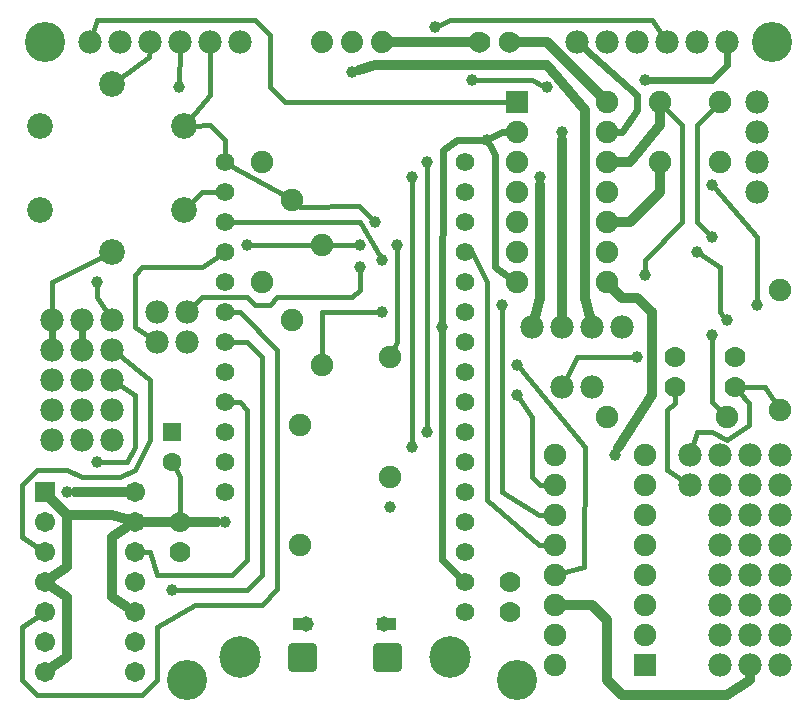
<source format=gbl>
G04 MADE WITH FRITZING*
G04 WWW.FRITZING.ORG*
G04 DOUBLE SIDED*
G04 HOLES PLATED*
G04 CONTOUR ON CENTER OF CONTOUR VECTOR*
%ASAXBY*%
%FSLAX23Y23*%
%MOIN*%
%OFA0B0*%
%SFA1.0B1.0*%
%ADD10C,0.039370*%
%ADD11C,0.078000*%
%ADD12C,0.086000*%
%ADD13C,0.075000*%
%ADD14C,0.070000*%
%ADD15C,0.062992*%
%ADD16C,0.074000*%
%ADD17C,0.138425*%
%ADD18C,0.095000*%
%ADD19C,0.051496*%
%ADD20C,0.062000*%
%ADD21C,0.067559*%
%ADD22C,0.133858*%
%ADD23R,0.062992X0.062992*%
%ADD24R,0.075000X0.075000*%
%ADD25R,0.067559X0.067559*%
%ADD26C,0.016000*%
%ADD27C,0.032000*%
%ADD28C,0.024000*%
%ADD29C,0.029783*%
%ADD30R,0.001000X0.001000*%
%LNCOPPER0*%
G90*
G70*
G54D10*
X175Y707D03*
X274Y1407D03*
G54D11*
X249Y2207D03*
X349Y2207D03*
X449Y2207D03*
X549Y2207D03*
X649Y2207D03*
X749Y2207D03*
G54D10*
X1249Y657D03*
X1275Y1532D03*
X1999Y833D03*
X2074Y1158D03*
X548Y2058D03*
X774Y1532D03*
G54D12*
X324Y2067D03*
X564Y1927D03*
X324Y1507D03*
X84Y1647D03*
X564Y1647D03*
X84Y1927D03*
G54D10*
X2099Y2082D03*
X1399Y2257D03*
X1149Y1532D03*
X1199Y1607D03*
X1774Y2057D03*
X1525Y2082D03*
X1575Y1883D03*
X1124Y2107D03*
X1824Y1907D03*
X1749Y1757D03*
X2274Y1507D03*
X2374Y1282D03*
X2324Y1557D03*
X2324Y1232D03*
X2099Y1432D03*
X2474Y1332D03*
X2324Y1732D03*
G54D13*
X2374Y957D03*
X1974Y957D03*
X2549Y1382D03*
X2549Y982D03*
G54D14*
X2199Y1157D03*
X2199Y1057D03*
X2399Y1157D03*
X2399Y1057D03*
G54D11*
X2249Y732D03*
X2249Y832D03*
G54D13*
X2149Y1807D03*
X2349Y1807D03*
X2149Y2007D03*
X2349Y2007D03*
X1249Y757D03*
X1249Y1157D03*
X949Y532D03*
X949Y932D03*
G54D15*
X524Y907D03*
X524Y809D03*
G54D16*
X1024Y2207D03*
X1124Y2207D03*
X1224Y2207D03*
G54D11*
X124Y1282D03*
X224Y1282D03*
X324Y1282D03*
G54D17*
X1449Y157D03*
G54D18*
X957Y158D03*
G54D19*
X969Y268D03*
G54D20*
X1499Y1807D03*
X1499Y1707D03*
X1499Y1607D03*
X1499Y1507D03*
X1499Y1407D03*
X1499Y1307D03*
X1499Y1207D03*
X1499Y1107D03*
X1499Y1007D03*
G54D17*
X749Y157D03*
G54D20*
X1499Y907D03*
X1499Y807D03*
X1499Y707D03*
X1499Y607D03*
X1499Y507D03*
X1499Y407D03*
X1499Y307D03*
X699Y707D03*
X699Y807D03*
X699Y907D03*
X699Y1007D03*
X699Y1107D03*
X699Y1207D03*
X699Y1307D03*
X699Y1407D03*
X699Y1507D03*
X699Y1607D03*
X699Y1707D03*
X699Y1807D03*
G54D19*
X1229Y268D03*
G54D18*
X1241Y158D03*
G54D10*
X1149Y1457D03*
G54D11*
X1924Y1057D03*
X1824Y1057D03*
G54D10*
X1424Y1257D03*
X1224Y1307D03*
X524Y383D03*
X274Y807D03*
G54D11*
X1874Y2207D03*
X1974Y2207D03*
X2074Y2207D03*
X2174Y2207D03*
X2274Y2207D03*
X2374Y2207D03*
X2549Y132D03*
X2549Y232D03*
X2549Y332D03*
X2549Y432D03*
X2549Y532D03*
X2549Y632D03*
X2549Y732D03*
X2549Y832D03*
X2449Y132D03*
X2449Y232D03*
X2449Y332D03*
X2449Y432D03*
X2449Y532D03*
X2449Y632D03*
X2449Y732D03*
X2449Y832D03*
X2349Y132D03*
X2349Y232D03*
X2349Y332D03*
X2349Y432D03*
X2349Y532D03*
X2349Y632D03*
X2349Y732D03*
X2349Y832D03*
X1724Y1257D03*
X1824Y1257D03*
X1924Y1257D03*
X2024Y1257D03*
X2474Y2007D03*
X2474Y1907D03*
X2474Y1807D03*
X2474Y1707D03*
G54D13*
X1674Y2007D03*
X1974Y2007D03*
X1674Y1907D03*
X1974Y1907D03*
X1674Y1807D03*
X1974Y1807D03*
X1674Y1707D03*
X1974Y1707D03*
X1674Y1607D03*
X1974Y1607D03*
X1674Y1507D03*
X1974Y1507D03*
X1674Y1407D03*
X1974Y1407D03*
X2099Y132D03*
X1799Y132D03*
X2099Y232D03*
X1799Y232D03*
X2099Y332D03*
X1799Y332D03*
X2099Y432D03*
X1799Y432D03*
X2099Y532D03*
X1799Y532D03*
X2099Y632D03*
X1799Y632D03*
X2099Y732D03*
X1799Y732D03*
X2099Y832D03*
X1799Y832D03*
G54D14*
X549Y607D03*
X549Y507D03*
X1649Y407D03*
X1649Y307D03*
G54D10*
X1224Y1482D03*
X1374Y1807D03*
X1374Y907D03*
X1324Y857D03*
X1324Y1757D03*
X1624Y1332D03*
X1674Y1032D03*
X1674Y1132D03*
G54D13*
X824Y1807D03*
X824Y1407D03*
X924Y1282D03*
X924Y1682D03*
X1024Y1132D03*
X1024Y1532D03*
G54D11*
X574Y1307D03*
X474Y1307D03*
X574Y1207D03*
X474Y1207D03*
G54D21*
X99Y707D03*
X399Y707D03*
X99Y607D03*
X399Y607D03*
X99Y507D03*
X399Y507D03*
X99Y407D03*
X399Y407D03*
X99Y307D03*
X399Y307D03*
X99Y207D03*
X399Y207D03*
X99Y107D03*
X399Y107D03*
G54D11*
X224Y1182D03*
X224Y1082D03*
X224Y982D03*
X224Y882D03*
X124Y1182D03*
X124Y1082D03*
X124Y982D03*
X124Y882D03*
X324Y1182D03*
X324Y1082D03*
X324Y982D03*
X324Y882D03*
G54D22*
X1674Y82D03*
X574Y82D03*
X2524Y2207D03*
X99Y2207D03*
G54D14*
X1549Y2207D03*
X1649Y2207D03*
G54D10*
X699Y607D03*
G54D23*
X524Y907D03*
G54D24*
X1674Y2007D03*
X2099Y132D03*
G54D25*
X99Y707D03*
G54D26*
X25Y557D02*
X25Y732D01*
D02*
X25Y732D02*
X74Y782D01*
D02*
X83Y518D02*
X25Y557D01*
D02*
X275Y1357D02*
X274Y1394D01*
D02*
X311Y1303D02*
X275Y1357D01*
D02*
X849Y2058D02*
X900Y2007D01*
D02*
X849Y2232D02*
X849Y2058D01*
D02*
X900Y2007D02*
X1651Y2007D01*
D02*
X800Y2282D02*
X849Y2232D01*
D02*
X275Y2282D02*
X799Y2282D01*
D02*
X257Y2231D02*
X275Y2282D01*
D02*
X1275Y1208D02*
X1275Y1519D01*
D02*
X1260Y1178D02*
X1275Y1208D01*
G54D27*
D02*
X2123Y1307D02*
X2123Y1031D01*
D02*
X2123Y1031D02*
X2012Y854D01*
G54D26*
D02*
X1835Y1079D02*
X1875Y1158D01*
D02*
X1875Y1158D02*
X2060Y1158D01*
D02*
X448Y2158D02*
X449Y2183D01*
D02*
X348Y2085D02*
X448Y2158D01*
D02*
X650Y2032D02*
X649Y2183D01*
D02*
X583Y1950D02*
X650Y2032D01*
D02*
X548Y2071D02*
X549Y2183D01*
D02*
X904Y1694D02*
X720Y1796D01*
D02*
X1001Y1532D02*
X788Y1532D01*
G54D28*
D02*
X224Y1212D02*
X224Y1252D01*
D02*
X124Y1212D02*
X124Y1252D01*
G54D26*
D02*
X699Y1831D02*
X699Y1883D01*
D02*
X650Y1933D02*
X593Y1929D01*
D02*
X699Y1883D02*
X650Y1933D01*
D02*
X298Y1494D02*
X125Y1407D01*
D02*
X125Y1407D02*
X124Y1307D01*
D02*
X585Y1668D02*
X624Y1707D01*
D02*
X624Y1707D02*
X676Y1707D01*
D02*
X424Y1458D02*
X623Y1458D01*
D02*
X623Y1458D02*
X680Y1495D01*
D02*
X399Y1432D02*
X424Y1458D01*
G54D28*
D02*
X2324Y2082D02*
X2118Y2082D01*
D02*
X2374Y2132D02*
X2324Y2082D01*
D02*
X2374Y2177D02*
X2374Y2132D01*
G54D26*
D02*
X1450Y2283D02*
X1411Y2263D01*
D02*
X2124Y2283D02*
X1450Y2283D01*
D02*
X2161Y2228D02*
X2124Y2283D01*
D02*
X1136Y1532D02*
X1047Y1532D01*
D02*
X1147Y1661D02*
X949Y1658D01*
D02*
X949Y1658D02*
X941Y1666D01*
D02*
X1190Y1617D02*
X1147Y1661D01*
D02*
X1724Y2082D02*
X1762Y2063D01*
D02*
X1538Y2082D02*
X1724Y2082D01*
G54D28*
D02*
X2025Y1907D02*
X2003Y1907D01*
D02*
X2074Y1983D02*
X2025Y1907D01*
D02*
X2074Y2032D02*
X2074Y1983D01*
D02*
X1897Y2187D02*
X2074Y2032D01*
D02*
X1650Y1423D02*
X1599Y1458D01*
D02*
X1599Y1458D02*
X1599Y1832D01*
D02*
X1599Y1832D02*
X1583Y1866D01*
G54D27*
D02*
X1900Y1983D02*
X1900Y1356D01*
D02*
X1774Y2132D02*
X1900Y1983D01*
D02*
X1900Y1356D02*
X1916Y1292D01*
D02*
X1199Y2132D02*
X1774Y2132D01*
D02*
X1147Y2115D02*
X1199Y2132D01*
D02*
X1824Y1293D02*
X1824Y1883D01*
D02*
X1749Y1356D02*
X1749Y1733D01*
D02*
X1733Y1292D02*
X1749Y1356D01*
D02*
X2074Y1356D02*
X2123Y1307D01*
D02*
X2024Y1356D02*
X2074Y1356D01*
D02*
X1998Y1383D02*
X2024Y1356D01*
G54D26*
D02*
X874Y1358D02*
X1124Y1358D01*
D02*
X849Y1332D02*
X874Y1358D01*
D02*
X799Y1332D02*
X849Y1332D01*
D02*
X775Y1358D02*
X799Y1332D01*
D02*
X624Y1357D02*
X775Y1358D01*
D02*
X592Y1325D02*
X624Y1357D01*
G54D27*
D02*
X2049Y1807D02*
X2150Y1932D01*
D02*
X2150Y1932D02*
X2149Y1973D01*
D02*
X2008Y1807D02*
X2049Y1807D01*
D02*
X2150Y1707D02*
X2149Y1773D01*
D02*
X2049Y1608D02*
X2150Y1707D01*
D02*
X2008Y1607D02*
X2049Y1608D01*
G54D26*
D02*
X2274Y907D02*
X2257Y856D01*
D02*
X2448Y932D02*
X2375Y882D01*
D02*
X2448Y1006D02*
X2448Y932D01*
D02*
X2375Y882D02*
X2324Y907D01*
D02*
X2324Y907D02*
X2274Y907D01*
D02*
X2413Y1043D02*
X2448Y1006D01*
D02*
X2200Y1006D02*
X2200Y1037D01*
D02*
X2175Y982D02*
X2200Y1006D01*
D02*
X2174Y783D02*
X2175Y982D01*
D02*
X2229Y746D02*
X2174Y783D01*
D02*
X2499Y1057D02*
X2420Y1057D01*
D02*
X2536Y1002D02*
X2499Y1057D01*
D02*
X2349Y1307D02*
X2365Y1292D01*
D02*
X2349Y1458D02*
X2349Y1307D01*
D02*
X2285Y1500D02*
X2349Y1458D01*
D02*
X2274Y1608D02*
X2315Y1567D01*
D02*
X2274Y1932D02*
X2274Y1608D01*
D02*
X2333Y1991D02*
X2274Y1932D01*
D02*
X2324Y1008D02*
X2324Y1219D01*
D02*
X2358Y974D02*
X2324Y1008D01*
D02*
X2100Y1483D02*
X2224Y1607D01*
D02*
X2224Y1607D02*
X2224Y1932D01*
D02*
X2099Y1446D02*
X2100Y1483D01*
D02*
X2224Y1932D02*
X2165Y1991D01*
D02*
X2474Y1558D02*
X2333Y1722D01*
D02*
X2474Y1346D02*
X2474Y1558D01*
D02*
X399Y1257D02*
X399Y1432D01*
D02*
X454Y1221D02*
X399Y1257D01*
G54D28*
D02*
X523Y607D02*
X424Y607D01*
G54D26*
D02*
X550Y757D02*
X534Y790D01*
D02*
X549Y628D02*
X550Y757D01*
G54D27*
D02*
X1775Y2208D02*
X1681Y2207D01*
D02*
X1950Y2032D02*
X1775Y2208D01*
D02*
X1518Y2207D02*
X1261Y2207D01*
G54D26*
D02*
X175Y782D02*
X225Y757D01*
D02*
X225Y757D02*
X350Y757D01*
D02*
X350Y757D02*
X399Y782D01*
D02*
X74Y782D02*
X175Y782D01*
D02*
X449Y1082D02*
X343Y1167D01*
D02*
X449Y882D02*
X449Y1082D01*
D02*
X399Y782D02*
X449Y882D01*
D02*
X1150Y1383D02*
X1149Y1444D01*
D02*
X1124Y1358D02*
X1150Y1383D01*
G54D28*
D02*
X1624Y1908D02*
X1646Y1908D01*
D02*
X1592Y1891D02*
X1624Y1908D01*
D02*
X1474Y1882D02*
X1556Y1883D01*
D02*
X1428Y1848D02*
X1474Y1882D01*
G54D27*
D02*
X675Y607D02*
X430Y607D01*
D02*
X325Y357D02*
X325Y557D01*
D02*
X325Y557D02*
X374Y590D01*
D02*
X374Y324D02*
X325Y357D01*
D02*
X324Y632D02*
X370Y617D01*
D02*
X174Y632D02*
X324Y632D01*
D02*
X121Y686D02*
X174Y632D01*
D02*
X174Y357D02*
X125Y390D01*
D02*
X174Y157D02*
X174Y357D01*
D02*
X125Y124D02*
X174Y157D01*
D02*
X174Y632D02*
X121Y686D01*
D02*
X174Y458D02*
X174Y632D01*
D02*
X124Y424D02*
X174Y458D01*
D02*
X199Y707D02*
X369Y707D01*
G54D26*
D02*
X750Y1007D02*
X722Y1007D01*
D02*
X725Y433D02*
X774Y483D01*
D02*
X773Y983D02*
X750Y1007D01*
D02*
X774Y483D02*
X773Y983D01*
D02*
X449Y507D02*
X474Y433D01*
D02*
X474Y433D02*
X725Y433D01*
D02*
X419Y507D02*
X449Y507D01*
D02*
X775Y1207D02*
X722Y1207D01*
D02*
X824Y1158D02*
X775Y1207D01*
D02*
X773Y383D02*
X824Y433D01*
D02*
X824Y433D02*
X824Y1158D01*
D02*
X24Y82D02*
X23Y258D01*
D02*
X423Y32D02*
X73Y32D01*
D02*
X474Y257D02*
X474Y83D01*
D02*
X599Y332D02*
X474Y257D01*
D02*
X474Y83D02*
X423Y32D01*
D02*
X73Y32D02*
X24Y82D01*
D02*
X823Y332D02*
X599Y332D01*
D02*
X874Y1182D02*
X875Y384D01*
D02*
X875Y384D02*
X823Y332D01*
D02*
X749Y1307D02*
X874Y1182D01*
D02*
X722Y1307D02*
X749Y1307D01*
D02*
X538Y383D02*
X773Y383D01*
D02*
X23Y258D02*
X83Y297D01*
D02*
X374Y807D02*
X288Y807D01*
D02*
X399Y857D02*
X374Y807D01*
D02*
X399Y1032D02*
X399Y857D01*
D02*
X345Y1069D02*
X399Y1032D01*
D02*
X722Y1607D02*
X1150Y1607D01*
D02*
X1374Y1794D02*
X1374Y921D01*
G54D28*
D02*
X1424Y1238D02*
X1424Y483D01*
D02*
X1428Y1848D02*
X1424Y1276D01*
D02*
X1424Y483D02*
X1479Y428D01*
G54D26*
D02*
X1324Y1744D02*
X1324Y871D01*
D02*
X1524Y1508D02*
X1522Y1508D01*
D02*
X1748Y531D02*
X1575Y682D01*
D02*
X1574Y1408D02*
X1524Y1508D01*
D02*
X1575Y682D02*
X1574Y1408D01*
D02*
X1776Y532D02*
X1748Y531D01*
D02*
X1748Y632D02*
X1624Y707D01*
D02*
X1624Y707D02*
X1624Y1319D01*
D02*
X1776Y632D02*
X1748Y632D01*
D02*
X1749Y732D02*
X1724Y758D01*
D02*
X1724Y957D02*
X1682Y1021D01*
D02*
X1724Y758D02*
X1724Y957D01*
D02*
X1776Y732D02*
X1749Y732D01*
D02*
X1683Y1122D02*
X1900Y858D01*
G54D27*
D02*
X2449Y83D02*
X2374Y33D01*
D02*
X2374Y33D02*
X2024Y32D01*
D02*
X2024Y32D02*
X1974Y82D01*
D02*
X1974Y82D02*
X1974Y282D01*
D02*
X1974Y282D02*
X1924Y333D01*
D02*
X1924Y333D02*
X1833Y332D01*
D02*
X2449Y97D02*
X2449Y83D01*
G54D26*
D02*
X1025Y1307D02*
X1024Y1155D01*
D02*
X1211Y1307D02*
X1025Y1307D01*
D02*
X1900Y858D02*
X1898Y457D01*
D02*
X1898Y457D02*
X1822Y438D01*
D02*
X1150Y1607D02*
X1217Y1494D01*
G54D29*
X925Y190D02*
X990Y190D01*
X990Y125D01*
X925Y125D01*
X925Y190D01*
D02*
X1208Y190D02*
X1274Y190D01*
X1274Y125D01*
X1208Y125D01*
X1208Y190D01*
D02*
G54D30*
X1543Y2242D02*
X1554Y2242D01*
X1643Y2242D02*
X1654Y2242D01*
X1539Y2241D02*
X1558Y2241D01*
X1639Y2241D02*
X1658Y2241D01*
X1536Y2240D02*
X1561Y2240D01*
X1636Y2240D02*
X1661Y2240D01*
X1534Y2239D02*
X1563Y2239D01*
X1634Y2239D02*
X1663Y2239D01*
X1532Y2238D02*
X1565Y2238D01*
X1632Y2238D02*
X1665Y2238D01*
X1530Y2237D02*
X1567Y2237D01*
X1630Y2237D02*
X1667Y2237D01*
X1529Y2236D02*
X1568Y2236D01*
X1629Y2236D02*
X1668Y2236D01*
X1527Y2235D02*
X1570Y2235D01*
X1627Y2235D02*
X1670Y2235D01*
X1526Y2234D02*
X1571Y2234D01*
X1626Y2234D02*
X1671Y2234D01*
X1525Y2233D02*
X1572Y2233D01*
X1625Y2233D02*
X1672Y2233D01*
X1524Y2232D02*
X1573Y2232D01*
X1624Y2232D02*
X1673Y2232D01*
X1523Y2231D02*
X1574Y2231D01*
X1623Y2231D02*
X1674Y2231D01*
X1522Y2230D02*
X1575Y2230D01*
X1622Y2230D02*
X1675Y2230D01*
X1521Y2229D02*
X1576Y2229D01*
X1621Y2229D02*
X1676Y2229D01*
X1521Y2228D02*
X1576Y2228D01*
X1621Y2228D02*
X1676Y2228D01*
X1520Y2227D02*
X1577Y2227D01*
X1620Y2227D02*
X1677Y2227D01*
X1519Y2226D02*
X1578Y2226D01*
X1619Y2226D02*
X1678Y2226D01*
X1519Y2225D02*
X1578Y2225D01*
X1619Y2225D02*
X1678Y2225D01*
X1518Y2224D02*
X1579Y2224D01*
X1618Y2224D02*
X1679Y2224D01*
X1518Y2223D02*
X1579Y2223D01*
X1618Y2223D02*
X1679Y2223D01*
X1517Y2222D02*
X1543Y2222D01*
X1554Y2222D02*
X1580Y2222D01*
X1617Y2222D02*
X1643Y2222D01*
X1654Y2222D02*
X1680Y2222D01*
X1517Y2221D02*
X1541Y2221D01*
X1556Y2221D02*
X1580Y2221D01*
X1617Y2221D02*
X1641Y2221D01*
X1656Y2221D02*
X1680Y2221D01*
X1516Y2220D02*
X1539Y2220D01*
X1558Y2220D02*
X1581Y2220D01*
X1616Y2220D02*
X1639Y2220D01*
X1658Y2220D02*
X1681Y2220D01*
X1516Y2219D02*
X1538Y2219D01*
X1559Y2219D02*
X1581Y2219D01*
X1616Y2219D02*
X1638Y2219D01*
X1659Y2219D02*
X1681Y2219D01*
X1516Y2218D02*
X1537Y2218D01*
X1560Y2218D02*
X1581Y2218D01*
X1616Y2218D02*
X1637Y2218D01*
X1660Y2218D02*
X1681Y2218D01*
X1515Y2217D02*
X1536Y2217D01*
X1561Y2217D02*
X1582Y2217D01*
X1615Y2217D02*
X1636Y2217D01*
X1661Y2217D02*
X1682Y2217D01*
X1515Y2216D02*
X1535Y2216D01*
X1562Y2216D02*
X1582Y2216D01*
X1615Y2216D02*
X1635Y2216D01*
X1662Y2216D02*
X1682Y2216D01*
X1515Y2215D02*
X1535Y2215D01*
X1562Y2215D02*
X1582Y2215D01*
X1615Y2215D02*
X1635Y2215D01*
X1662Y2215D02*
X1682Y2215D01*
X1515Y2214D02*
X1534Y2214D01*
X1563Y2214D02*
X1582Y2214D01*
X1615Y2214D02*
X1634Y2214D01*
X1663Y2214D02*
X1682Y2214D01*
X1515Y2213D02*
X1534Y2213D01*
X1563Y2213D02*
X1582Y2213D01*
X1615Y2213D02*
X1634Y2213D01*
X1663Y2213D02*
X1682Y2213D01*
X1514Y2212D02*
X1534Y2212D01*
X1563Y2212D02*
X1583Y2212D01*
X1614Y2212D02*
X1634Y2212D01*
X1663Y2212D02*
X1683Y2212D01*
X1514Y2211D02*
X1533Y2211D01*
X1564Y2211D02*
X1583Y2211D01*
X1614Y2211D02*
X1633Y2211D01*
X1664Y2211D02*
X1683Y2211D01*
X1514Y2210D02*
X1533Y2210D01*
X1564Y2210D02*
X1583Y2210D01*
X1614Y2210D02*
X1633Y2210D01*
X1664Y2210D02*
X1683Y2210D01*
X1514Y2209D02*
X1533Y2209D01*
X1564Y2209D02*
X1583Y2209D01*
X1614Y2209D02*
X1633Y2209D01*
X1664Y2209D02*
X1683Y2209D01*
X1514Y2208D02*
X1533Y2208D01*
X1564Y2208D02*
X1583Y2208D01*
X1614Y2208D02*
X1633Y2208D01*
X1664Y2208D02*
X1683Y2208D01*
X1514Y2207D02*
X1533Y2207D01*
X1564Y2207D02*
X1583Y2207D01*
X1614Y2207D02*
X1633Y2207D01*
X1664Y2207D02*
X1683Y2207D01*
X1514Y2206D02*
X1533Y2206D01*
X1564Y2206D02*
X1583Y2206D01*
X1614Y2206D02*
X1633Y2206D01*
X1664Y2206D02*
X1683Y2206D01*
X1514Y2205D02*
X1533Y2205D01*
X1564Y2205D02*
X1583Y2205D01*
X1614Y2205D02*
X1633Y2205D01*
X1664Y2205D02*
X1683Y2205D01*
X1514Y2204D02*
X1533Y2204D01*
X1564Y2204D02*
X1583Y2204D01*
X1614Y2204D02*
X1633Y2204D01*
X1664Y2204D02*
X1683Y2204D01*
X1514Y2203D02*
X1534Y2203D01*
X1563Y2203D02*
X1583Y2203D01*
X1614Y2203D02*
X1634Y2203D01*
X1663Y2203D02*
X1683Y2203D01*
X1515Y2202D02*
X1534Y2202D01*
X1563Y2202D02*
X1582Y2202D01*
X1615Y2202D02*
X1634Y2202D01*
X1663Y2202D02*
X1682Y2202D01*
X1515Y2201D02*
X1534Y2201D01*
X1563Y2201D02*
X1582Y2201D01*
X1615Y2201D02*
X1634Y2201D01*
X1663Y2201D02*
X1682Y2201D01*
X1515Y2200D02*
X1535Y2200D01*
X1562Y2200D02*
X1582Y2200D01*
X1615Y2200D02*
X1635Y2200D01*
X1662Y2200D02*
X1682Y2200D01*
X1515Y2199D02*
X1536Y2199D01*
X1561Y2199D02*
X1582Y2199D01*
X1615Y2199D02*
X1636Y2199D01*
X1661Y2199D02*
X1682Y2199D01*
X1516Y2198D02*
X1537Y2198D01*
X1560Y2198D02*
X1581Y2198D01*
X1616Y2198D02*
X1637Y2198D01*
X1660Y2198D02*
X1681Y2198D01*
X1516Y2197D02*
X1538Y2197D01*
X1559Y2197D02*
X1581Y2197D01*
X1616Y2197D02*
X1638Y2197D01*
X1659Y2197D02*
X1681Y2197D01*
X1516Y2196D02*
X1539Y2196D01*
X1558Y2196D02*
X1581Y2196D01*
X1616Y2196D02*
X1639Y2196D01*
X1658Y2196D02*
X1681Y2196D01*
X1517Y2195D02*
X1540Y2195D01*
X1557Y2195D02*
X1580Y2195D01*
X1617Y2195D02*
X1640Y2195D01*
X1657Y2195D02*
X1680Y2195D01*
X1517Y2194D02*
X1542Y2194D01*
X1555Y2194D02*
X1580Y2194D01*
X1617Y2194D02*
X1642Y2194D01*
X1655Y2194D02*
X1680Y2194D01*
X1517Y2193D02*
X1545Y2193D01*
X1552Y2193D02*
X1580Y2193D01*
X1617Y2193D02*
X1645Y2193D01*
X1652Y2193D02*
X1680Y2193D01*
X1518Y2192D02*
X1579Y2192D01*
X1618Y2192D02*
X1679Y2192D01*
X1518Y2191D02*
X1579Y2191D01*
X1618Y2191D02*
X1679Y2191D01*
X1519Y2190D02*
X1578Y2190D01*
X1619Y2190D02*
X1678Y2190D01*
X1520Y2189D02*
X1577Y2189D01*
X1620Y2189D02*
X1677Y2189D01*
X1520Y2188D02*
X1577Y2188D01*
X1620Y2188D02*
X1677Y2188D01*
X1521Y2187D02*
X1576Y2187D01*
X1621Y2187D02*
X1676Y2187D01*
X1522Y2186D02*
X1575Y2186D01*
X1622Y2186D02*
X1675Y2186D01*
X1522Y2185D02*
X1575Y2185D01*
X1622Y2185D02*
X1675Y2185D01*
X1523Y2184D02*
X1574Y2184D01*
X1623Y2184D02*
X1674Y2184D01*
X1524Y2183D02*
X1573Y2183D01*
X1624Y2183D02*
X1673Y2183D01*
X1525Y2182D02*
X1572Y2182D01*
X1625Y2182D02*
X1672Y2182D01*
X1526Y2181D02*
X1571Y2181D01*
X1626Y2181D02*
X1671Y2181D01*
X1528Y2180D02*
X1569Y2180D01*
X1628Y2180D02*
X1669Y2180D01*
X1529Y2179D02*
X1568Y2179D01*
X1629Y2179D02*
X1668Y2179D01*
X1531Y2178D02*
X1566Y2178D01*
X1631Y2178D02*
X1666Y2178D01*
X1533Y2177D02*
X1564Y2177D01*
X1633Y2177D02*
X1664Y2177D01*
X1535Y2176D02*
X1562Y2176D01*
X1635Y2176D02*
X1662Y2176D01*
X1537Y2175D02*
X1560Y2175D01*
X1637Y2175D02*
X1660Y2175D01*
X1540Y2174D02*
X1557Y2174D01*
X1640Y2174D02*
X1657Y2174D01*
X1545Y2173D02*
X1552Y2173D01*
X1645Y2173D02*
X1652Y2173D01*
X928Y288D02*
X962Y288D01*
X975Y288D02*
X989Y288D01*
X1208Y288D02*
X1222Y288D01*
X1235Y288D02*
X1269Y288D01*
X928Y287D02*
X959Y287D01*
X978Y287D02*
X989Y287D01*
X1208Y287D02*
X1219Y287D01*
X1238Y287D02*
X1269Y287D01*
X928Y286D02*
X958Y286D01*
X980Y286D02*
X989Y286D01*
X1208Y286D02*
X1217Y286D01*
X1240Y286D02*
X1269Y286D01*
X928Y285D02*
X956Y285D01*
X981Y285D02*
X989Y285D01*
X1208Y285D02*
X1216Y285D01*
X1241Y285D02*
X1269Y285D01*
X928Y284D02*
X955Y284D01*
X982Y284D02*
X989Y284D01*
X1208Y284D02*
X1215Y284D01*
X1242Y284D02*
X1269Y284D01*
X928Y283D02*
X954Y283D01*
X984Y283D02*
X989Y283D01*
X1208Y283D02*
X1213Y283D01*
X1243Y283D02*
X1269Y283D01*
X928Y282D02*
X953Y282D01*
X985Y282D02*
X989Y282D01*
X1208Y282D02*
X1213Y282D01*
X1244Y282D02*
X1269Y282D01*
X928Y281D02*
X952Y281D01*
X985Y281D02*
X989Y281D01*
X1208Y281D02*
X1212Y281D01*
X1245Y281D02*
X1269Y281D01*
X928Y280D02*
X951Y280D01*
X986Y280D02*
X989Y280D01*
X1208Y280D02*
X1211Y280D01*
X1246Y280D02*
X1269Y280D01*
X928Y279D02*
X950Y279D01*
X987Y279D02*
X989Y279D01*
X1208Y279D02*
X1210Y279D01*
X1247Y279D02*
X1269Y279D01*
X928Y278D02*
X950Y278D01*
X987Y278D02*
X989Y278D01*
X1208Y278D02*
X1210Y278D01*
X1247Y278D02*
X1269Y278D01*
X928Y277D02*
X949Y277D01*
X988Y277D02*
X989Y277D01*
X1208Y277D02*
X1209Y277D01*
X1248Y277D02*
X1269Y277D01*
X928Y276D02*
X949Y276D01*
X988Y276D02*
X989Y276D01*
X1208Y276D02*
X1209Y276D01*
X1248Y276D02*
X1269Y276D01*
X928Y275D02*
X949Y275D01*
X989Y275D02*
X989Y275D01*
X1208Y275D02*
X1208Y275D01*
X1248Y275D02*
X1269Y275D01*
X928Y274D02*
X948Y274D01*
X989Y274D02*
X989Y274D01*
X1208Y274D02*
X1208Y274D01*
X1249Y274D02*
X1269Y274D01*
X928Y273D02*
X948Y273D01*
X989Y273D02*
X989Y273D01*
X1208Y273D02*
X1208Y273D01*
X1249Y273D02*
X1269Y273D01*
X928Y272D02*
X948Y272D01*
X1249Y272D02*
X1269Y272D01*
X928Y271D02*
X948Y271D01*
X1250Y271D02*
X1269Y271D01*
X928Y270D02*
X948Y270D01*
X1250Y270D02*
X1269Y270D01*
X928Y269D02*
X947Y269D01*
X1250Y269D02*
X1269Y269D01*
X928Y268D02*
X947Y268D01*
X1250Y268D02*
X1269Y268D01*
X928Y267D02*
X947Y267D01*
X1250Y267D02*
X1269Y267D01*
X928Y266D02*
X948Y266D01*
X1250Y266D02*
X1269Y266D01*
X928Y265D02*
X948Y265D01*
X1249Y265D02*
X1269Y265D01*
X928Y264D02*
X948Y264D01*
X1249Y264D02*
X1269Y264D01*
X928Y263D02*
X948Y263D01*
X989Y263D02*
X989Y263D01*
X1208Y263D02*
X1208Y263D01*
X1249Y263D02*
X1269Y263D01*
X928Y262D02*
X948Y262D01*
X989Y262D02*
X989Y262D01*
X1208Y262D02*
X1208Y262D01*
X1249Y262D02*
X1269Y262D01*
X928Y261D02*
X949Y261D01*
X989Y261D02*
X989Y261D01*
X1208Y261D02*
X1209Y261D01*
X1248Y261D02*
X1269Y261D01*
X928Y260D02*
X949Y260D01*
X988Y260D02*
X989Y260D01*
X1208Y260D02*
X1209Y260D01*
X1248Y260D02*
X1269Y260D01*
X928Y259D02*
X950Y259D01*
X988Y259D02*
X989Y259D01*
X1208Y259D02*
X1209Y259D01*
X1247Y259D02*
X1269Y259D01*
X928Y258D02*
X950Y258D01*
X987Y258D02*
X989Y258D01*
X1208Y258D02*
X1210Y258D01*
X1247Y258D02*
X1269Y258D01*
X928Y257D02*
X951Y257D01*
X987Y257D02*
X989Y257D01*
X1208Y257D02*
X1211Y257D01*
X1246Y257D02*
X1269Y257D01*
X928Y256D02*
X951Y256D01*
X986Y256D02*
X989Y256D01*
X1208Y256D02*
X1211Y256D01*
X1246Y256D02*
X1269Y256D01*
X928Y255D02*
X952Y255D01*
X985Y255D02*
X989Y255D01*
X1208Y255D02*
X1212Y255D01*
X1245Y255D02*
X1269Y255D01*
X928Y254D02*
X953Y254D01*
X984Y254D02*
X989Y254D01*
X1208Y254D02*
X1213Y254D01*
X1244Y254D02*
X1269Y254D01*
X928Y253D02*
X954Y253D01*
X983Y253D02*
X989Y253D01*
X1208Y253D02*
X1214Y253D01*
X1243Y253D02*
X1269Y253D01*
X928Y252D02*
X955Y252D01*
X982Y252D02*
X989Y252D01*
X1208Y252D02*
X1215Y252D01*
X1242Y252D02*
X1269Y252D01*
X928Y251D02*
X957Y251D01*
X981Y251D02*
X989Y251D01*
X1208Y251D02*
X1216Y251D01*
X1240Y251D02*
X1269Y251D01*
X928Y250D02*
X958Y250D01*
X979Y250D02*
X989Y250D01*
X1208Y250D02*
X1218Y250D01*
X1239Y250D02*
X1269Y250D01*
X928Y249D02*
X960Y249D01*
X977Y249D02*
X989Y249D01*
X1208Y249D02*
X1220Y249D01*
X1237Y249D02*
X1269Y249D01*
X928Y248D02*
X964Y248D01*
X974Y248D02*
X989Y248D01*
X1208Y248D02*
X1224Y248D01*
X1233Y248D02*
X1269Y248D01*
D02*
G04 End of Copper0*
M02*
</source>
